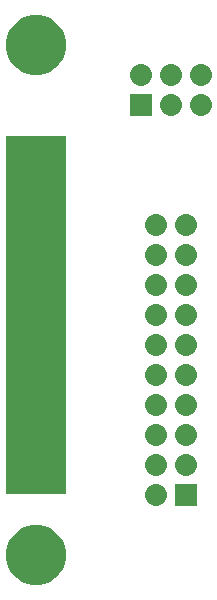
<source format=gbs>
G04 #@! TF.GenerationSoftware,KiCad,Pcbnew,5.0.2+dfsg1-1*
G04 #@! TF.CreationDate,2019-05-16T22:01:56-07:00*
G04 #@! TF.ProjectId,jlink-c2d-adapter,6a6c696e-6b2d-4633-9264-2d6164617074,rev?*
G04 #@! TF.SameCoordinates,Original*
G04 #@! TF.FileFunction,Soldermask,Bot*
G04 #@! TF.FilePolarity,Negative*
%FSLAX46Y46*%
G04 Gerber Fmt 4.6, Leading zero omitted, Abs format (unit mm)*
G04 Created by KiCad (PCBNEW 5.0.2+dfsg1-1) date Thu 16 May 2019 10:01:56 PM PDT*
%MOMM*%
%LPD*%
G01*
G04 APERTURE LIST*
%ADD10C,0.100000*%
G04 APERTURE END LIST*
D10*
G36*
X115044096Y-101687033D02*
X115044098Y-101687034D01*
X115044099Y-101687034D01*
X115508352Y-101879333D01*
X115924284Y-102157250D01*
X115926171Y-102158511D01*
X116281489Y-102513829D01*
X116281491Y-102513832D01*
X116560667Y-102931648D01*
X116752966Y-103395901D01*
X116851000Y-103888748D01*
X116851000Y-104391252D01*
X116752966Y-104884099D01*
X116560667Y-105348352D01*
X116282750Y-105764284D01*
X116281489Y-105766171D01*
X115926171Y-106121489D01*
X115926168Y-106121491D01*
X115508352Y-106400667D01*
X115044099Y-106592966D01*
X115044098Y-106592966D01*
X115044096Y-106592967D01*
X114551253Y-106691000D01*
X114048747Y-106691000D01*
X113555904Y-106592967D01*
X113555902Y-106592966D01*
X113555901Y-106592966D01*
X113091648Y-106400667D01*
X112673832Y-106121491D01*
X112673829Y-106121489D01*
X112318511Y-105766171D01*
X112317250Y-105764284D01*
X112039333Y-105348352D01*
X111847034Y-104884099D01*
X111749000Y-104391252D01*
X111749000Y-103888748D01*
X111847034Y-103395901D01*
X112039333Y-102931648D01*
X112318509Y-102513832D01*
X112318511Y-102513829D01*
X112673829Y-102158511D01*
X112675716Y-102157250D01*
X113091648Y-101879333D01*
X113555901Y-101687034D01*
X113555902Y-101687034D01*
X113555904Y-101687033D01*
X114048747Y-101589000D01*
X114551253Y-101589000D01*
X115044096Y-101687033D01*
X115044096Y-101687033D01*
G37*
G36*
X127914600Y-99974600D02*
X126085400Y-99974600D01*
X126085400Y-98145400D01*
X127914600Y-98145400D01*
X127914600Y-99974600D01*
X127914600Y-99974600D01*
G37*
G36*
X124639294Y-98158633D02*
X124811694Y-98210931D01*
X124811696Y-98210932D01*
X124970583Y-98295859D01*
X124970585Y-98295860D01*
X124970584Y-98295860D01*
X125109849Y-98410151D01*
X125224140Y-98549416D01*
X125309069Y-98708306D01*
X125361367Y-98880706D01*
X125379025Y-99060000D01*
X125361367Y-99239294D01*
X125309069Y-99411694D01*
X125309068Y-99411696D01*
X125224141Y-99570583D01*
X125109849Y-99709849D01*
X124970583Y-99824141D01*
X124811696Y-99909068D01*
X124811694Y-99909069D01*
X124639294Y-99961367D01*
X124504931Y-99974600D01*
X124415069Y-99974600D01*
X124280706Y-99961367D01*
X124108306Y-99909069D01*
X124108304Y-99909068D01*
X123949417Y-99824141D01*
X123810151Y-99709849D01*
X123695859Y-99570583D01*
X123610932Y-99411696D01*
X123610931Y-99411694D01*
X123558633Y-99239294D01*
X123540975Y-99060000D01*
X123558633Y-98880706D01*
X123610931Y-98708306D01*
X123695860Y-98549416D01*
X123810151Y-98410151D01*
X123949416Y-98295860D01*
X123949415Y-98295860D01*
X123949417Y-98295859D01*
X124108304Y-98210932D01*
X124108306Y-98210931D01*
X124280706Y-98158633D01*
X124415069Y-98145400D01*
X124504931Y-98145400D01*
X124639294Y-98158633D01*
X124639294Y-98158633D01*
G37*
G36*
X116851000Y-98971000D02*
X111749000Y-98971000D01*
X111749000Y-68669000D01*
X116851000Y-68669000D01*
X116851000Y-98971000D01*
X116851000Y-98971000D01*
G37*
G36*
X124639294Y-95618633D02*
X124811694Y-95670931D01*
X124811696Y-95670932D01*
X124970583Y-95755859D01*
X124970585Y-95755860D01*
X124970584Y-95755860D01*
X125109849Y-95870151D01*
X125224140Y-96009416D01*
X125309069Y-96168306D01*
X125361367Y-96340706D01*
X125379025Y-96520000D01*
X125361367Y-96699294D01*
X125309069Y-96871694D01*
X125309068Y-96871696D01*
X125224141Y-97030583D01*
X125109849Y-97169849D01*
X124970583Y-97284141D01*
X124811696Y-97369068D01*
X124811694Y-97369069D01*
X124639294Y-97421367D01*
X124504931Y-97434600D01*
X124415069Y-97434600D01*
X124280706Y-97421367D01*
X124108306Y-97369069D01*
X124108304Y-97369068D01*
X123949417Y-97284141D01*
X123810151Y-97169849D01*
X123695859Y-97030583D01*
X123610932Y-96871696D01*
X123610931Y-96871694D01*
X123558633Y-96699294D01*
X123540975Y-96520000D01*
X123558633Y-96340706D01*
X123610931Y-96168306D01*
X123695860Y-96009416D01*
X123810151Y-95870151D01*
X123949416Y-95755860D01*
X123949415Y-95755860D01*
X123949417Y-95755859D01*
X124108304Y-95670932D01*
X124108306Y-95670931D01*
X124280706Y-95618633D01*
X124415069Y-95605400D01*
X124504931Y-95605400D01*
X124639294Y-95618633D01*
X124639294Y-95618633D01*
G37*
G36*
X127179294Y-95618633D02*
X127351694Y-95670931D01*
X127351696Y-95670932D01*
X127510583Y-95755859D01*
X127510585Y-95755860D01*
X127510584Y-95755860D01*
X127649849Y-95870151D01*
X127764140Y-96009416D01*
X127849069Y-96168306D01*
X127901367Y-96340706D01*
X127919025Y-96520000D01*
X127901367Y-96699294D01*
X127849069Y-96871694D01*
X127849068Y-96871696D01*
X127764141Y-97030583D01*
X127649849Y-97169849D01*
X127510583Y-97284141D01*
X127351696Y-97369068D01*
X127351694Y-97369069D01*
X127179294Y-97421367D01*
X127044931Y-97434600D01*
X126955069Y-97434600D01*
X126820706Y-97421367D01*
X126648306Y-97369069D01*
X126648304Y-97369068D01*
X126489417Y-97284141D01*
X126350151Y-97169849D01*
X126235859Y-97030583D01*
X126150932Y-96871696D01*
X126150931Y-96871694D01*
X126098633Y-96699294D01*
X126080975Y-96520000D01*
X126098633Y-96340706D01*
X126150931Y-96168306D01*
X126235860Y-96009416D01*
X126350151Y-95870151D01*
X126489416Y-95755860D01*
X126489415Y-95755860D01*
X126489417Y-95755859D01*
X126648304Y-95670932D01*
X126648306Y-95670931D01*
X126820706Y-95618633D01*
X126955069Y-95605400D01*
X127044931Y-95605400D01*
X127179294Y-95618633D01*
X127179294Y-95618633D01*
G37*
G36*
X127179294Y-93078633D02*
X127351694Y-93130931D01*
X127351696Y-93130932D01*
X127510583Y-93215859D01*
X127510585Y-93215860D01*
X127510584Y-93215860D01*
X127649849Y-93330151D01*
X127764140Y-93469416D01*
X127849069Y-93628306D01*
X127901367Y-93800706D01*
X127919025Y-93980000D01*
X127901367Y-94159294D01*
X127849069Y-94331694D01*
X127849068Y-94331696D01*
X127764141Y-94490583D01*
X127649849Y-94629849D01*
X127510583Y-94744141D01*
X127351696Y-94829068D01*
X127351694Y-94829069D01*
X127179294Y-94881367D01*
X127044931Y-94894600D01*
X126955069Y-94894600D01*
X126820706Y-94881367D01*
X126648306Y-94829069D01*
X126648304Y-94829068D01*
X126489417Y-94744141D01*
X126350151Y-94629849D01*
X126235859Y-94490583D01*
X126150932Y-94331696D01*
X126150931Y-94331694D01*
X126098633Y-94159294D01*
X126080975Y-93980000D01*
X126098633Y-93800706D01*
X126150931Y-93628306D01*
X126235860Y-93469416D01*
X126350151Y-93330151D01*
X126489416Y-93215860D01*
X126489415Y-93215860D01*
X126489417Y-93215859D01*
X126648304Y-93130932D01*
X126648306Y-93130931D01*
X126820706Y-93078633D01*
X126955069Y-93065400D01*
X127044931Y-93065400D01*
X127179294Y-93078633D01*
X127179294Y-93078633D01*
G37*
G36*
X124639294Y-93078633D02*
X124811694Y-93130931D01*
X124811696Y-93130932D01*
X124970583Y-93215859D01*
X124970585Y-93215860D01*
X124970584Y-93215860D01*
X125109849Y-93330151D01*
X125224140Y-93469416D01*
X125309069Y-93628306D01*
X125361367Y-93800706D01*
X125379025Y-93980000D01*
X125361367Y-94159294D01*
X125309069Y-94331694D01*
X125309068Y-94331696D01*
X125224141Y-94490583D01*
X125109849Y-94629849D01*
X124970583Y-94744141D01*
X124811696Y-94829068D01*
X124811694Y-94829069D01*
X124639294Y-94881367D01*
X124504931Y-94894600D01*
X124415069Y-94894600D01*
X124280706Y-94881367D01*
X124108306Y-94829069D01*
X124108304Y-94829068D01*
X123949417Y-94744141D01*
X123810151Y-94629849D01*
X123695859Y-94490583D01*
X123610932Y-94331696D01*
X123610931Y-94331694D01*
X123558633Y-94159294D01*
X123540975Y-93980000D01*
X123558633Y-93800706D01*
X123610931Y-93628306D01*
X123695860Y-93469416D01*
X123810151Y-93330151D01*
X123949416Y-93215860D01*
X123949415Y-93215860D01*
X123949417Y-93215859D01*
X124108304Y-93130932D01*
X124108306Y-93130931D01*
X124280706Y-93078633D01*
X124415069Y-93065400D01*
X124504931Y-93065400D01*
X124639294Y-93078633D01*
X124639294Y-93078633D01*
G37*
G36*
X124639294Y-90538633D02*
X124811694Y-90590931D01*
X124811696Y-90590932D01*
X124970583Y-90675859D01*
X124970585Y-90675860D01*
X124970584Y-90675860D01*
X125109849Y-90790151D01*
X125224140Y-90929416D01*
X125309069Y-91088306D01*
X125361367Y-91260706D01*
X125379025Y-91440000D01*
X125361367Y-91619294D01*
X125309069Y-91791694D01*
X125309068Y-91791696D01*
X125224141Y-91950583D01*
X125109849Y-92089849D01*
X124970583Y-92204141D01*
X124811696Y-92289068D01*
X124811694Y-92289069D01*
X124639294Y-92341367D01*
X124504931Y-92354600D01*
X124415069Y-92354600D01*
X124280706Y-92341367D01*
X124108306Y-92289069D01*
X124108304Y-92289068D01*
X123949417Y-92204141D01*
X123810151Y-92089849D01*
X123695859Y-91950583D01*
X123610932Y-91791696D01*
X123610931Y-91791694D01*
X123558633Y-91619294D01*
X123540975Y-91440000D01*
X123558633Y-91260706D01*
X123610931Y-91088306D01*
X123695860Y-90929416D01*
X123810151Y-90790151D01*
X123949416Y-90675860D01*
X123949415Y-90675860D01*
X123949417Y-90675859D01*
X124108304Y-90590932D01*
X124108306Y-90590931D01*
X124280706Y-90538633D01*
X124415069Y-90525400D01*
X124504931Y-90525400D01*
X124639294Y-90538633D01*
X124639294Y-90538633D01*
G37*
G36*
X127179294Y-90538633D02*
X127351694Y-90590931D01*
X127351696Y-90590932D01*
X127510583Y-90675859D01*
X127510585Y-90675860D01*
X127510584Y-90675860D01*
X127649849Y-90790151D01*
X127764140Y-90929416D01*
X127849069Y-91088306D01*
X127901367Y-91260706D01*
X127919025Y-91440000D01*
X127901367Y-91619294D01*
X127849069Y-91791694D01*
X127849068Y-91791696D01*
X127764141Y-91950583D01*
X127649849Y-92089849D01*
X127510583Y-92204141D01*
X127351696Y-92289068D01*
X127351694Y-92289069D01*
X127179294Y-92341367D01*
X127044931Y-92354600D01*
X126955069Y-92354600D01*
X126820706Y-92341367D01*
X126648306Y-92289069D01*
X126648304Y-92289068D01*
X126489417Y-92204141D01*
X126350151Y-92089849D01*
X126235859Y-91950583D01*
X126150932Y-91791696D01*
X126150931Y-91791694D01*
X126098633Y-91619294D01*
X126080975Y-91440000D01*
X126098633Y-91260706D01*
X126150931Y-91088306D01*
X126235860Y-90929416D01*
X126350151Y-90790151D01*
X126489416Y-90675860D01*
X126489415Y-90675860D01*
X126489417Y-90675859D01*
X126648304Y-90590932D01*
X126648306Y-90590931D01*
X126820706Y-90538633D01*
X126955069Y-90525400D01*
X127044931Y-90525400D01*
X127179294Y-90538633D01*
X127179294Y-90538633D01*
G37*
G36*
X124639294Y-87998633D02*
X124811694Y-88050931D01*
X124811696Y-88050932D01*
X124970583Y-88135859D01*
X124970585Y-88135860D01*
X124970584Y-88135860D01*
X125109849Y-88250151D01*
X125224140Y-88389416D01*
X125309069Y-88548306D01*
X125361367Y-88720706D01*
X125379025Y-88900000D01*
X125361367Y-89079294D01*
X125309069Y-89251694D01*
X125309068Y-89251696D01*
X125224141Y-89410583D01*
X125109849Y-89549849D01*
X124970583Y-89664141D01*
X124811696Y-89749068D01*
X124811694Y-89749069D01*
X124639294Y-89801367D01*
X124504931Y-89814600D01*
X124415069Y-89814600D01*
X124280706Y-89801367D01*
X124108306Y-89749069D01*
X124108304Y-89749068D01*
X123949417Y-89664141D01*
X123810151Y-89549849D01*
X123695859Y-89410583D01*
X123610932Y-89251696D01*
X123610931Y-89251694D01*
X123558633Y-89079294D01*
X123540975Y-88900000D01*
X123558633Y-88720706D01*
X123610931Y-88548306D01*
X123695860Y-88389416D01*
X123810151Y-88250151D01*
X123949416Y-88135860D01*
X123949415Y-88135860D01*
X123949417Y-88135859D01*
X124108304Y-88050932D01*
X124108306Y-88050931D01*
X124280706Y-87998633D01*
X124415069Y-87985400D01*
X124504931Y-87985400D01*
X124639294Y-87998633D01*
X124639294Y-87998633D01*
G37*
G36*
X127179294Y-87998633D02*
X127351694Y-88050931D01*
X127351696Y-88050932D01*
X127510583Y-88135859D01*
X127510585Y-88135860D01*
X127510584Y-88135860D01*
X127649849Y-88250151D01*
X127764140Y-88389416D01*
X127849069Y-88548306D01*
X127901367Y-88720706D01*
X127919025Y-88900000D01*
X127901367Y-89079294D01*
X127849069Y-89251694D01*
X127849068Y-89251696D01*
X127764141Y-89410583D01*
X127649849Y-89549849D01*
X127510583Y-89664141D01*
X127351696Y-89749068D01*
X127351694Y-89749069D01*
X127179294Y-89801367D01*
X127044931Y-89814600D01*
X126955069Y-89814600D01*
X126820706Y-89801367D01*
X126648306Y-89749069D01*
X126648304Y-89749068D01*
X126489417Y-89664141D01*
X126350151Y-89549849D01*
X126235859Y-89410583D01*
X126150932Y-89251696D01*
X126150931Y-89251694D01*
X126098633Y-89079294D01*
X126080975Y-88900000D01*
X126098633Y-88720706D01*
X126150931Y-88548306D01*
X126235860Y-88389416D01*
X126350151Y-88250151D01*
X126489416Y-88135860D01*
X126489415Y-88135860D01*
X126489417Y-88135859D01*
X126648304Y-88050932D01*
X126648306Y-88050931D01*
X126820706Y-87998633D01*
X126955069Y-87985400D01*
X127044931Y-87985400D01*
X127179294Y-87998633D01*
X127179294Y-87998633D01*
G37*
G36*
X124639294Y-85458633D02*
X124811694Y-85510931D01*
X124811696Y-85510932D01*
X124970583Y-85595859D01*
X124970585Y-85595860D01*
X124970584Y-85595860D01*
X125109849Y-85710151D01*
X125224140Y-85849416D01*
X125309069Y-86008306D01*
X125361367Y-86180706D01*
X125379025Y-86360000D01*
X125361367Y-86539294D01*
X125309069Y-86711694D01*
X125309068Y-86711696D01*
X125224141Y-86870583D01*
X125109849Y-87009849D01*
X124970583Y-87124141D01*
X124811696Y-87209068D01*
X124811694Y-87209069D01*
X124639294Y-87261367D01*
X124504931Y-87274600D01*
X124415069Y-87274600D01*
X124280706Y-87261367D01*
X124108306Y-87209069D01*
X124108304Y-87209068D01*
X123949417Y-87124141D01*
X123810151Y-87009849D01*
X123695859Y-86870583D01*
X123610932Y-86711696D01*
X123610931Y-86711694D01*
X123558633Y-86539294D01*
X123540975Y-86360000D01*
X123558633Y-86180706D01*
X123610931Y-86008306D01*
X123695860Y-85849416D01*
X123810151Y-85710151D01*
X123949416Y-85595860D01*
X123949415Y-85595860D01*
X123949417Y-85595859D01*
X124108304Y-85510932D01*
X124108306Y-85510931D01*
X124280706Y-85458633D01*
X124415069Y-85445400D01*
X124504931Y-85445400D01*
X124639294Y-85458633D01*
X124639294Y-85458633D01*
G37*
G36*
X127179294Y-85458633D02*
X127351694Y-85510931D01*
X127351696Y-85510932D01*
X127510583Y-85595859D01*
X127510585Y-85595860D01*
X127510584Y-85595860D01*
X127649849Y-85710151D01*
X127764140Y-85849416D01*
X127849069Y-86008306D01*
X127901367Y-86180706D01*
X127919025Y-86360000D01*
X127901367Y-86539294D01*
X127849069Y-86711694D01*
X127849068Y-86711696D01*
X127764141Y-86870583D01*
X127649849Y-87009849D01*
X127510583Y-87124141D01*
X127351696Y-87209068D01*
X127351694Y-87209069D01*
X127179294Y-87261367D01*
X127044931Y-87274600D01*
X126955069Y-87274600D01*
X126820706Y-87261367D01*
X126648306Y-87209069D01*
X126648304Y-87209068D01*
X126489417Y-87124141D01*
X126350151Y-87009849D01*
X126235859Y-86870583D01*
X126150932Y-86711696D01*
X126150931Y-86711694D01*
X126098633Y-86539294D01*
X126080975Y-86360000D01*
X126098633Y-86180706D01*
X126150931Y-86008306D01*
X126235860Y-85849416D01*
X126350151Y-85710151D01*
X126489416Y-85595860D01*
X126489415Y-85595860D01*
X126489417Y-85595859D01*
X126648304Y-85510932D01*
X126648306Y-85510931D01*
X126820706Y-85458633D01*
X126955069Y-85445400D01*
X127044931Y-85445400D01*
X127179294Y-85458633D01*
X127179294Y-85458633D01*
G37*
G36*
X124639294Y-82918633D02*
X124811694Y-82970931D01*
X124811696Y-82970932D01*
X124970583Y-83055859D01*
X124970585Y-83055860D01*
X124970584Y-83055860D01*
X125109849Y-83170151D01*
X125224140Y-83309416D01*
X125309069Y-83468306D01*
X125361367Y-83640706D01*
X125379025Y-83820000D01*
X125361367Y-83999294D01*
X125309069Y-84171694D01*
X125309068Y-84171696D01*
X125224141Y-84330583D01*
X125109849Y-84469849D01*
X124970583Y-84584141D01*
X124811696Y-84669068D01*
X124811694Y-84669069D01*
X124639294Y-84721367D01*
X124504931Y-84734600D01*
X124415069Y-84734600D01*
X124280706Y-84721367D01*
X124108306Y-84669069D01*
X124108304Y-84669068D01*
X123949417Y-84584141D01*
X123810151Y-84469849D01*
X123695859Y-84330583D01*
X123610932Y-84171696D01*
X123610931Y-84171694D01*
X123558633Y-83999294D01*
X123540975Y-83820000D01*
X123558633Y-83640706D01*
X123610931Y-83468306D01*
X123695860Y-83309416D01*
X123810151Y-83170151D01*
X123949416Y-83055860D01*
X123949415Y-83055860D01*
X123949417Y-83055859D01*
X124108304Y-82970932D01*
X124108306Y-82970931D01*
X124280706Y-82918633D01*
X124415069Y-82905400D01*
X124504931Y-82905400D01*
X124639294Y-82918633D01*
X124639294Y-82918633D01*
G37*
G36*
X127179294Y-82918633D02*
X127351694Y-82970931D01*
X127351696Y-82970932D01*
X127510583Y-83055859D01*
X127510585Y-83055860D01*
X127510584Y-83055860D01*
X127649849Y-83170151D01*
X127764140Y-83309416D01*
X127849069Y-83468306D01*
X127901367Y-83640706D01*
X127919025Y-83820000D01*
X127901367Y-83999294D01*
X127849069Y-84171694D01*
X127849068Y-84171696D01*
X127764141Y-84330583D01*
X127649849Y-84469849D01*
X127510583Y-84584141D01*
X127351696Y-84669068D01*
X127351694Y-84669069D01*
X127179294Y-84721367D01*
X127044931Y-84734600D01*
X126955069Y-84734600D01*
X126820706Y-84721367D01*
X126648306Y-84669069D01*
X126648304Y-84669068D01*
X126489417Y-84584141D01*
X126350151Y-84469849D01*
X126235859Y-84330583D01*
X126150932Y-84171696D01*
X126150931Y-84171694D01*
X126098633Y-83999294D01*
X126080975Y-83820000D01*
X126098633Y-83640706D01*
X126150931Y-83468306D01*
X126235860Y-83309416D01*
X126350151Y-83170151D01*
X126489416Y-83055860D01*
X126489415Y-83055860D01*
X126489417Y-83055859D01*
X126648304Y-82970932D01*
X126648306Y-82970931D01*
X126820706Y-82918633D01*
X126955069Y-82905400D01*
X127044931Y-82905400D01*
X127179294Y-82918633D01*
X127179294Y-82918633D01*
G37*
G36*
X124639294Y-80378633D02*
X124811694Y-80430931D01*
X124811696Y-80430932D01*
X124970583Y-80515859D01*
X124970585Y-80515860D01*
X124970584Y-80515860D01*
X125109849Y-80630151D01*
X125224140Y-80769416D01*
X125309069Y-80928306D01*
X125361367Y-81100706D01*
X125379025Y-81280000D01*
X125361367Y-81459294D01*
X125309069Y-81631694D01*
X125309068Y-81631696D01*
X125224141Y-81790583D01*
X125109849Y-81929849D01*
X124970583Y-82044141D01*
X124811696Y-82129068D01*
X124811694Y-82129069D01*
X124639294Y-82181367D01*
X124504931Y-82194600D01*
X124415069Y-82194600D01*
X124280706Y-82181367D01*
X124108306Y-82129069D01*
X124108304Y-82129068D01*
X123949417Y-82044141D01*
X123810151Y-81929849D01*
X123695859Y-81790583D01*
X123610932Y-81631696D01*
X123610931Y-81631694D01*
X123558633Y-81459294D01*
X123540975Y-81280000D01*
X123558633Y-81100706D01*
X123610931Y-80928306D01*
X123695860Y-80769416D01*
X123810151Y-80630151D01*
X123949416Y-80515860D01*
X123949415Y-80515860D01*
X123949417Y-80515859D01*
X124108304Y-80430932D01*
X124108306Y-80430931D01*
X124280706Y-80378633D01*
X124415069Y-80365400D01*
X124504931Y-80365400D01*
X124639294Y-80378633D01*
X124639294Y-80378633D01*
G37*
G36*
X127179294Y-80378633D02*
X127351694Y-80430931D01*
X127351696Y-80430932D01*
X127510583Y-80515859D01*
X127510585Y-80515860D01*
X127510584Y-80515860D01*
X127649849Y-80630151D01*
X127764140Y-80769416D01*
X127849069Y-80928306D01*
X127901367Y-81100706D01*
X127919025Y-81280000D01*
X127901367Y-81459294D01*
X127849069Y-81631694D01*
X127849068Y-81631696D01*
X127764141Y-81790583D01*
X127649849Y-81929849D01*
X127510583Y-82044141D01*
X127351696Y-82129068D01*
X127351694Y-82129069D01*
X127179294Y-82181367D01*
X127044931Y-82194600D01*
X126955069Y-82194600D01*
X126820706Y-82181367D01*
X126648306Y-82129069D01*
X126648304Y-82129068D01*
X126489417Y-82044141D01*
X126350151Y-81929849D01*
X126235859Y-81790583D01*
X126150932Y-81631696D01*
X126150931Y-81631694D01*
X126098633Y-81459294D01*
X126080975Y-81280000D01*
X126098633Y-81100706D01*
X126150931Y-80928306D01*
X126235860Y-80769416D01*
X126350151Y-80630151D01*
X126489416Y-80515860D01*
X126489415Y-80515860D01*
X126489417Y-80515859D01*
X126648304Y-80430932D01*
X126648306Y-80430931D01*
X126820706Y-80378633D01*
X126955069Y-80365400D01*
X127044931Y-80365400D01*
X127179294Y-80378633D01*
X127179294Y-80378633D01*
G37*
G36*
X124639294Y-77838633D02*
X124811694Y-77890931D01*
X124811696Y-77890932D01*
X124970583Y-77975859D01*
X124970585Y-77975860D01*
X124970584Y-77975860D01*
X125109849Y-78090151D01*
X125224140Y-78229416D01*
X125309069Y-78388306D01*
X125361367Y-78560706D01*
X125379025Y-78740000D01*
X125361367Y-78919294D01*
X125309069Y-79091694D01*
X125309068Y-79091696D01*
X125224141Y-79250583D01*
X125109849Y-79389849D01*
X124970583Y-79504141D01*
X124811696Y-79589068D01*
X124811694Y-79589069D01*
X124639294Y-79641367D01*
X124504931Y-79654600D01*
X124415069Y-79654600D01*
X124280706Y-79641367D01*
X124108306Y-79589069D01*
X124108304Y-79589068D01*
X123949417Y-79504141D01*
X123810151Y-79389849D01*
X123695859Y-79250583D01*
X123610932Y-79091696D01*
X123610931Y-79091694D01*
X123558633Y-78919294D01*
X123540975Y-78740000D01*
X123558633Y-78560706D01*
X123610931Y-78388306D01*
X123695860Y-78229416D01*
X123810151Y-78090151D01*
X123949416Y-77975860D01*
X123949415Y-77975860D01*
X123949417Y-77975859D01*
X124108304Y-77890932D01*
X124108306Y-77890931D01*
X124280706Y-77838633D01*
X124415069Y-77825400D01*
X124504931Y-77825400D01*
X124639294Y-77838633D01*
X124639294Y-77838633D01*
G37*
G36*
X127179294Y-77838633D02*
X127351694Y-77890931D01*
X127351696Y-77890932D01*
X127510583Y-77975859D01*
X127510585Y-77975860D01*
X127510584Y-77975860D01*
X127649849Y-78090151D01*
X127764140Y-78229416D01*
X127849069Y-78388306D01*
X127901367Y-78560706D01*
X127919025Y-78740000D01*
X127901367Y-78919294D01*
X127849069Y-79091694D01*
X127849068Y-79091696D01*
X127764141Y-79250583D01*
X127649849Y-79389849D01*
X127510583Y-79504141D01*
X127351696Y-79589068D01*
X127351694Y-79589069D01*
X127179294Y-79641367D01*
X127044931Y-79654600D01*
X126955069Y-79654600D01*
X126820706Y-79641367D01*
X126648306Y-79589069D01*
X126648304Y-79589068D01*
X126489417Y-79504141D01*
X126350151Y-79389849D01*
X126235859Y-79250583D01*
X126150932Y-79091696D01*
X126150931Y-79091694D01*
X126098633Y-78919294D01*
X126080975Y-78740000D01*
X126098633Y-78560706D01*
X126150931Y-78388306D01*
X126235860Y-78229416D01*
X126350151Y-78090151D01*
X126489416Y-77975860D01*
X126489415Y-77975860D01*
X126489417Y-77975859D01*
X126648304Y-77890932D01*
X126648306Y-77890931D01*
X126820706Y-77838633D01*
X126955069Y-77825400D01*
X127044931Y-77825400D01*
X127179294Y-77838633D01*
X127179294Y-77838633D01*
G37*
G36*
X127179294Y-75298633D02*
X127351694Y-75350931D01*
X127351696Y-75350932D01*
X127510583Y-75435859D01*
X127510585Y-75435860D01*
X127510584Y-75435860D01*
X127649849Y-75550151D01*
X127764140Y-75689416D01*
X127849069Y-75848306D01*
X127901367Y-76020706D01*
X127919025Y-76200000D01*
X127901367Y-76379294D01*
X127849069Y-76551694D01*
X127849068Y-76551696D01*
X127764141Y-76710583D01*
X127649849Y-76849849D01*
X127510583Y-76964141D01*
X127351696Y-77049068D01*
X127351694Y-77049069D01*
X127179294Y-77101367D01*
X127044931Y-77114600D01*
X126955069Y-77114600D01*
X126820706Y-77101367D01*
X126648306Y-77049069D01*
X126648304Y-77049068D01*
X126489417Y-76964141D01*
X126350151Y-76849849D01*
X126235859Y-76710583D01*
X126150932Y-76551696D01*
X126150931Y-76551694D01*
X126098633Y-76379294D01*
X126080975Y-76200000D01*
X126098633Y-76020706D01*
X126150931Y-75848306D01*
X126235860Y-75689416D01*
X126350151Y-75550151D01*
X126489416Y-75435860D01*
X126489415Y-75435860D01*
X126489417Y-75435859D01*
X126648304Y-75350932D01*
X126648306Y-75350931D01*
X126820706Y-75298633D01*
X126955069Y-75285400D01*
X127044931Y-75285400D01*
X127179294Y-75298633D01*
X127179294Y-75298633D01*
G37*
G36*
X124639294Y-75298633D02*
X124811694Y-75350931D01*
X124811696Y-75350932D01*
X124970583Y-75435859D01*
X124970585Y-75435860D01*
X124970584Y-75435860D01*
X125109849Y-75550151D01*
X125224140Y-75689416D01*
X125309069Y-75848306D01*
X125361367Y-76020706D01*
X125379025Y-76200000D01*
X125361367Y-76379294D01*
X125309069Y-76551694D01*
X125309068Y-76551696D01*
X125224141Y-76710583D01*
X125109849Y-76849849D01*
X124970583Y-76964141D01*
X124811696Y-77049068D01*
X124811694Y-77049069D01*
X124639294Y-77101367D01*
X124504931Y-77114600D01*
X124415069Y-77114600D01*
X124280706Y-77101367D01*
X124108306Y-77049069D01*
X124108304Y-77049068D01*
X123949417Y-76964141D01*
X123810151Y-76849849D01*
X123695859Y-76710583D01*
X123610932Y-76551696D01*
X123610931Y-76551694D01*
X123558633Y-76379294D01*
X123540975Y-76200000D01*
X123558633Y-76020706D01*
X123610931Y-75848306D01*
X123695860Y-75689416D01*
X123810151Y-75550151D01*
X123949416Y-75435860D01*
X123949415Y-75435860D01*
X123949417Y-75435859D01*
X124108304Y-75350932D01*
X124108306Y-75350931D01*
X124280706Y-75298633D01*
X124415069Y-75285400D01*
X124504931Y-75285400D01*
X124639294Y-75298633D01*
X124639294Y-75298633D01*
G37*
G36*
X124104600Y-66954600D02*
X122275400Y-66954600D01*
X122275400Y-65125400D01*
X124104600Y-65125400D01*
X124104600Y-66954600D01*
X124104600Y-66954600D01*
G37*
G36*
X125909294Y-65138633D02*
X126081694Y-65190931D01*
X126081696Y-65190932D01*
X126240583Y-65275859D01*
X126240585Y-65275860D01*
X126240584Y-65275860D01*
X126379849Y-65390151D01*
X126494140Y-65529416D01*
X126579069Y-65688306D01*
X126631367Y-65860706D01*
X126649025Y-66040000D01*
X126631367Y-66219294D01*
X126579069Y-66391694D01*
X126579068Y-66391696D01*
X126494141Y-66550583D01*
X126379849Y-66689849D01*
X126240583Y-66804141D01*
X126081696Y-66889068D01*
X126081694Y-66889069D01*
X125909294Y-66941367D01*
X125774931Y-66954600D01*
X125685069Y-66954600D01*
X125550706Y-66941367D01*
X125378306Y-66889069D01*
X125378304Y-66889068D01*
X125219417Y-66804141D01*
X125080151Y-66689849D01*
X124965859Y-66550583D01*
X124880932Y-66391696D01*
X124880931Y-66391694D01*
X124828633Y-66219294D01*
X124810975Y-66040000D01*
X124828633Y-65860706D01*
X124880931Y-65688306D01*
X124965860Y-65529416D01*
X125080151Y-65390151D01*
X125219416Y-65275860D01*
X125219415Y-65275860D01*
X125219417Y-65275859D01*
X125378304Y-65190932D01*
X125378306Y-65190931D01*
X125550706Y-65138633D01*
X125685069Y-65125400D01*
X125774931Y-65125400D01*
X125909294Y-65138633D01*
X125909294Y-65138633D01*
G37*
G36*
X128449294Y-65138633D02*
X128621694Y-65190931D01*
X128621696Y-65190932D01*
X128780583Y-65275859D01*
X128780585Y-65275860D01*
X128780584Y-65275860D01*
X128919849Y-65390151D01*
X129034140Y-65529416D01*
X129119069Y-65688306D01*
X129171367Y-65860706D01*
X129189025Y-66040000D01*
X129171367Y-66219294D01*
X129119069Y-66391694D01*
X129119068Y-66391696D01*
X129034141Y-66550583D01*
X128919849Y-66689849D01*
X128780583Y-66804141D01*
X128621696Y-66889068D01*
X128621694Y-66889069D01*
X128449294Y-66941367D01*
X128314931Y-66954600D01*
X128225069Y-66954600D01*
X128090706Y-66941367D01*
X127918306Y-66889069D01*
X127918304Y-66889068D01*
X127759417Y-66804141D01*
X127620151Y-66689849D01*
X127505859Y-66550583D01*
X127420932Y-66391696D01*
X127420931Y-66391694D01*
X127368633Y-66219294D01*
X127350975Y-66040000D01*
X127368633Y-65860706D01*
X127420931Y-65688306D01*
X127505860Y-65529416D01*
X127620151Y-65390151D01*
X127759416Y-65275860D01*
X127759415Y-65275860D01*
X127759417Y-65275859D01*
X127918304Y-65190932D01*
X127918306Y-65190931D01*
X128090706Y-65138633D01*
X128225069Y-65125400D01*
X128314931Y-65125400D01*
X128449294Y-65138633D01*
X128449294Y-65138633D01*
G37*
G36*
X128449294Y-62598633D02*
X128621694Y-62650931D01*
X128621696Y-62650932D01*
X128780583Y-62735859D01*
X128780585Y-62735860D01*
X128780584Y-62735860D01*
X128919849Y-62850151D01*
X129034140Y-62989416D01*
X129119069Y-63148306D01*
X129171367Y-63320706D01*
X129189025Y-63500000D01*
X129171367Y-63679294D01*
X129119069Y-63851694D01*
X129119068Y-63851696D01*
X129034141Y-64010583D01*
X128919849Y-64149849D01*
X128780583Y-64264141D01*
X128621696Y-64349068D01*
X128621694Y-64349069D01*
X128449294Y-64401367D01*
X128314931Y-64414600D01*
X128225069Y-64414600D01*
X128090706Y-64401367D01*
X127918306Y-64349069D01*
X127918304Y-64349068D01*
X127759417Y-64264141D01*
X127620151Y-64149849D01*
X127505859Y-64010583D01*
X127420932Y-63851696D01*
X127420931Y-63851694D01*
X127368633Y-63679294D01*
X127350975Y-63500000D01*
X127368633Y-63320706D01*
X127420931Y-63148306D01*
X127505860Y-62989416D01*
X127620151Y-62850151D01*
X127759416Y-62735860D01*
X127759415Y-62735860D01*
X127759417Y-62735859D01*
X127918304Y-62650932D01*
X127918306Y-62650931D01*
X128090706Y-62598633D01*
X128225069Y-62585400D01*
X128314931Y-62585400D01*
X128449294Y-62598633D01*
X128449294Y-62598633D01*
G37*
G36*
X125909294Y-62598633D02*
X126081694Y-62650931D01*
X126081696Y-62650932D01*
X126240583Y-62735859D01*
X126240585Y-62735860D01*
X126240584Y-62735860D01*
X126379849Y-62850151D01*
X126494140Y-62989416D01*
X126579069Y-63148306D01*
X126631367Y-63320706D01*
X126649025Y-63500000D01*
X126631367Y-63679294D01*
X126579069Y-63851694D01*
X126579068Y-63851696D01*
X126494141Y-64010583D01*
X126379849Y-64149849D01*
X126240583Y-64264141D01*
X126081696Y-64349068D01*
X126081694Y-64349069D01*
X125909294Y-64401367D01*
X125774931Y-64414600D01*
X125685069Y-64414600D01*
X125550706Y-64401367D01*
X125378306Y-64349069D01*
X125378304Y-64349068D01*
X125219417Y-64264141D01*
X125080151Y-64149849D01*
X124965859Y-64010583D01*
X124880932Y-63851696D01*
X124880931Y-63851694D01*
X124828633Y-63679294D01*
X124810975Y-63500000D01*
X124828633Y-63320706D01*
X124880931Y-63148306D01*
X124965860Y-62989416D01*
X125080151Y-62850151D01*
X125219416Y-62735860D01*
X125219415Y-62735860D01*
X125219417Y-62735859D01*
X125378304Y-62650932D01*
X125378306Y-62650931D01*
X125550706Y-62598633D01*
X125685069Y-62585400D01*
X125774931Y-62585400D01*
X125909294Y-62598633D01*
X125909294Y-62598633D01*
G37*
G36*
X123369294Y-62598633D02*
X123541694Y-62650931D01*
X123541696Y-62650932D01*
X123700583Y-62735859D01*
X123700585Y-62735860D01*
X123700584Y-62735860D01*
X123839849Y-62850151D01*
X123954140Y-62989416D01*
X124039069Y-63148306D01*
X124091367Y-63320706D01*
X124109025Y-63500000D01*
X124091367Y-63679294D01*
X124039069Y-63851694D01*
X124039068Y-63851696D01*
X123954141Y-64010583D01*
X123839849Y-64149849D01*
X123700583Y-64264141D01*
X123541696Y-64349068D01*
X123541694Y-64349069D01*
X123369294Y-64401367D01*
X123234931Y-64414600D01*
X123145069Y-64414600D01*
X123010706Y-64401367D01*
X122838306Y-64349069D01*
X122838304Y-64349068D01*
X122679417Y-64264141D01*
X122540151Y-64149849D01*
X122425859Y-64010583D01*
X122340932Y-63851696D01*
X122340931Y-63851694D01*
X122288633Y-63679294D01*
X122270975Y-63500000D01*
X122288633Y-63320706D01*
X122340931Y-63148306D01*
X122425860Y-62989416D01*
X122540151Y-62850151D01*
X122679416Y-62735860D01*
X122679415Y-62735860D01*
X122679417Y-62735859D01*
X122838304Y-62650932D01*
X122838306Y-62650931D01*
X123010706Y-62598633D01*
X123145069Y-62585400D01*
X123234931Y-62585400D01*
X123369294Y-62598633D01*
X123369294Y-62598633D01*
G37*
G36*
X115044096Y-58507033D02*
X115044098Y-58507034D01*
X115044099Y-58507034D01*
X115508352Y-58699333D01*
X115924284Y-58977250D01*
X115926171Y-58978511D01*
X116281489Y-59333829D01*
X116281491Y-59333832D01*
X116560667Y-59751648D01*
X116752966Y-60215901D01*
X116851000Y-60708748D01*
X116851000Y-61211252D01*
X116752966Y-61704099D01*
X116560667Y-62168352D01*
X116282750Y-62584284D01*
X116281489Y-62586171D01*
X115926171Y-62941489D01*
X115926168Y-62941491D01*
X115508352Y-63220667D01*
X115044099Y-63412966D01*
X115044098Y-63412966D01*
X115044096Y-63412967D01*
X114551253Y-63511000D01*
X114048747Y-63511000D01*
X113555904Y-63412967D01*
X113555902Y-63412966D01*
X113555901Y-63412966D01*
X113091648Y-63220667D01*
X112673832Y-62941491D01*
X112673829Y-62941489D01*
X112318511Y-62586171D01*
X112317250Y-62584284D01*
X112039333Y-62168352D01*
X111847034Y-61704099D01*
X111749000Y-61211252D01*
X111749000Y-60708748D01*
X111847034Y-60215901D01*
X112039333Y-59751648D01*
X112318509Y-59333832D01*
X112318511Y-59333829D01*
X112673829Y-58978511D01*
X112675716Y-58977250D01*
X113091648Y-58699333D01*
X113555901Y-58507034D01*
X113555902Y-58507034D01*
X113555904Y-58507033D01*
X114048747Y-58409000D01*
X114551253Y-58409000D01*
X115044096Y-58507033D01*
X115044096Y-58507033D01*
G37*
M02*

</source>
